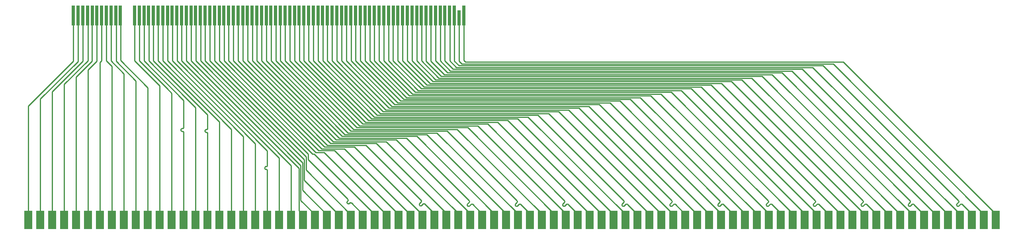
<source format=gbl>
%TF.GenerationSoftware,KiCad,Pcbnew,5.1.6*%
%TF.CreationDate,2020-09-02T12:15:33+02:00*%
%TF.ProjectId,host_adapter,686f7374-5f61-4646-9170-7465722e6b69,rev?*%
%TF.SameCoordinates,Original*%
%TF.FileFunction,Copper,L2,Bot*%
%TF.FilePolarity,Positive*%
%FSLAX46Y46*%
G04 Gerber Fmt 4.6, Leading zero omitted, Abs format (unit mm)*
G04 Created by KiCad (PCBNEW 5.1.6) date 2020-09-02 12:15:33*
%MOMM*%
%LPD*%
G01*
G04 APERTURE LIST*
%TA.AperFunction,ConnectorPad*%
%ADD10R,0.700000X4.300000*%
%TD*%
%TA.AperFunction,ConnectorPad*%
%ADD11R,0.700000X3.200000*%
%TD*%
%TA.AperFunction,SMDPad,CuDef*%
%ADD12R,1.700000X4.000000*%
%TD*%
%TA.AperFunction,Conductor*%
%ADD13C,0.250000*%
%TD*%
G04 APERTURE END LIST*
D10*
%TO.P,J4,B82*%
%TO.N,Net-(J4-PadB82)*%
X118790000Y-70050000D03*
D11*
%TO.P,J4,B81*%
%TO.N,Net-(J4-PadB81)*%
X117790000Y-70600000D03*
D10*
%TO.P,J4,B80*%
%TO.N,Net-(J4-PadB80)*%
X116790000Y-70050000D03*
%TO.P,J4,B79*%
%TO.N,Net-(J4-PadB79)*%
X115790000Y-70050000D03*
%TO.P,J4,B78*%
%TO.N,Net-(J4-PadB78)*%
X114790000Y-70050000D03*
%TO.P,J4,B77*%
%TO.N,Net-(J4-PadB77)*%
X113790000Y-70050000D03*
%TO.P,J4,B76*%
%TO.N,Net-(J4-PadB76)*%
X112790000Y-70050000D03*
%TO.P,J4,B75*%
%TO.N,Net-(J4-PadB75)*%
X111790000Y-70050000D03*
%TO.P,J4,B74*%
%TO.N,Net-(J4-PadB74)*%
X110790000Y-70050000D03*
%TO.P,J4,B73*%
%TO.N,Net-(J4-PadB73)*%
X109790000Y-70050000D03*
%TO.P,J4,B72*%
%TO.N,Net-(J4-PadB72)*%
X108790000Y-70050000D03*
%TO.P,J4,B71*%
%TO.N,Net-(J4-PadB71)*%
X107790000Y-70050000D03*
%TO.P,J4,B70*%
%TO.N,Net-(J4-PadB70)*%
X106790000Y-70050000D03*
%TO.P,J4,B69*%
%TO.N,Net-(J4-PadB69)*%
X105790000Y-70050000D03*
%TO.P,J4,B68*%
%TO.N,Net-(J4-PadB68)*%
X104790000Y-70050000D03*
%TO.P,J4,B67*%
%TO.N,Net-(J4-PadB67)*%
X103790000Y-70050000D03*
%TO.P,J4,B66*%
%TO.N,Net-(J4-PadB66)*%
X102790000Y-70050000D03*
%TO.P,J4,B65*%
%TO.N,Net-(J4-PadB65)*%
X101790000Y-70050000D03*
%TO.P,J4,B64*%
%TO.N,Net-(J4-PadB64)*%
X100790000Y-70050000D03*
%TO.P,J4,B63*%
%TO.N,Net-(J4-PadB63)*%
X99790000Y-70050000D03*
%TO.P,J4,B62*%
%TO.N,Net-(J4-PadB62)*%
X98790000Y-70050000D03*
%TO.P,J4,B61*%
%TO.N,Net-(J4-PadB61)*%
X97790000Y-70050000D03*
%TO.P,J4,B60*%
%TO.N,Net-(J4-PadB60)*%
X96790000Y-70050000D03*
%TO.P,J4,B59*%
%TO.N,Net-(J4-PadB59)*%
X95790000Y-70050000D03*
%TO.P,J4,B58*%
%TO.N,Net-(J4-PadB58)*%
X94790000Y-70050000D03*
%TO.P,J4,B57*%
%TO.N,Net-(J4-PadB57)*%
X93790000Y-70050000D03*
%TO.P,J4,B56*%
%TO.N,Net-(J4-PadB56)*%
X92790000Y-70050000D03*
%TO.P,J4,B55*%
%TO.N,Net-(J4-PadB55)*%
X91790000Y-70050000D03*
%TO.P,J4,B54*%
%TO.N,Net-(J4-PadB54)*%
X90790000Y-70050000D03*
%TO.P,J4,B53*%
%TO.N,Net-(J4-PadB53)*%
X89790000Y-70050000D03*
%TO.P,J4,B52*%
%TO.N,Net-(J4-PadB52)*%
X88790000Y-70050000D03*
%TO.P,J4,B51*%
%TO.N,Net-(J4-PadB51)*%
X87790000Y-70050000D03*
%TO.P,J4,B50*%
%TO.N,Net-(J4-PadB50)*%
X86790000Y-70050000D03*
%TO.P,J4,B13*%
%TO.N,Net-(J4-PadB13)*%
X49790000Y-70050000D03*
%TO.P,J4,B12*%
%TO.N,Net-(J4-PadB12)*%
X48790000Y-70050000D03*
%TO.P,J4,B18*%
%TO.N,Net-(J4-PadB18)*%
X54790000Y-70050000D03*
%TO.P,J4,B17*%
%TO.N,Net-(J4-PadB17)*%
X53790000Y-70050000D03*
%TO.P,J4,B16*%
%TO.N,Net-(J4-PadB16)*%
X52790000Y-70050000D03*
%TO.P,J4,B15*%
%TO.N,Net-(J4-PadB15)*%
X51790000Y-70050000D03*
%TO.P,J4,B14*%
%TO.N,Net-(J4-PadB14)*%
X50790000Y-70050000D03*
%TO.P,J4,B11*%
%TO.N,Net-(J4-PadB11)*%
X45790000Y-70050000D03*
%TO.P,J4,B10*%
%TO.N,Net-(J4-PadB10)*%
X44790000Y-70050000D03*
%TO.P,J4,B9*%
%TO.N,Net-(J4-PadB9)*%
X43790000Y-70050000D03*
%TO.P,J4,B8*%
%TO.N,Net-(J4-PadB8)*%
X42790000Y-70050000D03*
%TO.P,J4,B7*%
%TO.N,Net-(J4-PadB7)*%
X41790000Y-70050000D03*
%TO.P,J4,B6*%
%TO.N,Net-(J4-PadB6)*%
X40790000Y-70050000D03*
%TO.P,J4,B5*%
%TO.N,Net-(J4-PadB5)*%
X39790000Y-70050000D03*
%TO.P,J4,B4*%
%TO.N,Net-(J4-PadB4)*%
X38790000Y-70050000D03*
%TO.P,J4,B3*%
%TO.N,Net-(J4-PadB3)*%
X37790000Y-70050000D03*
%TO.P,J4,B2*%
%TO.N,Net-(J4-PadB2)*%
X36790000Y-70050000D03*
%TO.P,J4,B1*%
%TO.N,Net-(J4-PadB1)*%
X35790000Y-70050000D03*
%TO.P,J4,B19*%
%TO.N,Net-(J4-PadB19)*%
X55790000Y-70050000D03*
%TO.P,J4,B20*%
%TO.N,Net-(J4-PadB20)*%
X56790000Y-70050000D03*
%TO.P,J4,B21*%
%TO.N,Net-(J4-PadB21)*%
X57790000Y-70050000D03*
%TO.P,J4,B22*%
%TO.N,Net-(J4-PadB22)*%
X58790000Y-70050000D03*
%TO.P,J4,B23*%
%TO.N,Net-(J4-PadB23)*%
X59790000Y-70050000D03*
%TO.P,J4,B24*%
%TO.N,Net-(J4-PadB24)*%
X60790000Y-70050000D03*
%TO.P,J4,B25*%
%TO.N,Net-(J4-PadB25)*%
X61790000Y-70050000D03*
%TO.P,J4,B26*%
%TO.N,Net-(J4-PadB26)*%
X62790000Y-70050000D03*
%TO.P,J4,B27*%
%TO.N,Net-(J4-PadB27)*%
X63790000Y-70050000D03*
%TO.P,J4,B28*%
%TO.N,Net-(J4-PadB28)*%
X64790000Y-70050000D03*
%TO.P,J4,B29*%
%TO.N,Net-(J4-PadB29)*%
X65790000Y-70050000D03*
%TO.P,J4,B30*%
%TO.N,Net-(J4-PadB30)*%
X66790000Y-70050000D03*
%TO.P,J4,B31*%
%TO.N,Net-(J4-PadB31)*%
X67790000Y-70050000D03*
%TO.P,J4,B32*%
%TO.N,Net-(J4-PadB32)*%
X68790000Y-70050000D03*
%TO.P,J4,B33*%
%TO.N,Net-(J4-PadB33)*%
X69790000Y-70050000D03*
%TO.P,J4,B34*%
%TO.N,Net-(J4-PadB34)*%
X70790000Y-70050000D03*
%TO.P,J4,B35*%
%TO.N,Net-(J4-PadB35)*%
X71790000Y-70050000D03*
%TO.P,J4,B36*%
%TO.N,Net-(J4-PadB36)*%
X72790000Y-70050000D03*
%TO.P,J4,B37*%
%TO.N,Net-(J4-PadB37)*%
X73790000Y-70050000D03*
%TO.P,J4,B38*%
%TO.N,Net-(J4-PadB38)*%
X74790000Y-70050000D03*
%TO.P,J4,B39*%
%TO.N,Net-(J4-PadB39)*%
X75790000Y-70050000D03*
%TO.P,J4,B40*%
%TO.N,Net-(J4-PadB40)*%
X76790000Y-70050000D03*
%TO.P,J4,B41*%
%TO.N,Net-(J4-PadB41)*%
X77790000Y-70050000D03*
%TO.P,J4,B42*%
%TO.N,Net-(J4-PadB42)*%
X78790000Y-70050000D03*
%TO.P,J4,B43*%
%TO.N,Net-(J4-PadB43)*%
X79790000Y-70050000D03*
%TO.P,J4,B44*%
%TO.N,Net-(J4-PadB44)*%
X80790000Y-70050000D03*
%TO.P,J4,B45*%
%TO.N,Net-(J4-PadB45)*%
X81790000Y-70050000D03*
%TO.P,J4,B46*%
%TO.N,Net-(J4-PadB46)*%
X82790000Y-70050000D03*
%TO.P,J4,B47*%
%TO.N,Net-(J4-PadB47)*%
X83790000Y-70050000D03*
%TO.P,J4,B48*%
%TO.N,Net-(J4-PadB48)*%
X84790000Y-70050000D03*
%TO.P,J4,B49*%
%TO.N,Net-(J4-PadB49)*%
X85790000Y-70050000D03*
%TD*%
D12*
%TO.P,J6,1*%
%TO.N,Net-(J4-PadB41)*%
X127815000Y-113680000D03*
%TO.P,J6,2*%
%TO.N,Net-(J4-PadB42)*%
X130355000Y-113680000D03*
%TO.P,J6,3*%
%TO.N,Net-(J4-PadB43)*%
X132895000Y-113680000D03*
%TO.P,J6,4*%
%TO.N,Net-(J4-PadB44)*%
X135435000Y-113680000D03*
%TO.P,J6,5*%
%TO.N,Net-(J4-PadB45)*%
X137975000Y-113680000D03*
%TO.P,J6,6*%
%TO.N,Net-(J4-PadB46)*%
X140515000Y-113680000D03*
%TO.P,J6,7*%
%TO.N,Net-(J4-PadB47)*%
X143055000Y-113680000D03*
%TO.P,J6,8*%
%TO.N,Net-(J4-PadB48)*%
X145595000Y-113680000D03*
%TO.P,J6,9*%
%TO.N,Net-(J4-PadB49)*%
X148135000Y-113680000D03*
%TO.P,J6,10*%
%TO.N,Net-(J4-PadB50)*%
X150675000Y-113680000D03*
%TO.P,J6,11*%
%TO.N,Net-(J4-PadB51)*%
X153215000Y-113680000D03*
%TO.P,J6,12*%
%TO.N,Net-(J4-PadB52)*%
X155755000Y-113680000D03*
%TO.P,J6,13*%
%TO.N,Net-(J4-PadB53)*%
X158295000Y-113680000D03*
%TO.P,J6,14*%
%TO.N,Net-(J4-PadB54)*%
X160835000Y-113680000D03*
%TO.P,J6,15*%
%TO.N,Net-(J4-PadB55)*%
X163375000Y-113680000D03*
%TO.P,J6,16*%
%TO.N,Net-(J4-PadB56)*%
X165915000Y-113680000D03*
%TO.P,J6,17*%
%TO.N,Net-(J4-PadB57)*%
X168455000Y-113680000D03*
%TO.P,J6,18*%
%TO.N,Net-(J4-PadB58)*%
X170995000Y-113680000D03*
%TO.P,J6,19*%
%TO.N,Net-(J4-PadB59)*%
X173535000Y-113680000D03*
%TO.P,J6,20*%
%TO.N,Net-(J4-PadB60)*%
X176075000Y-113680000D03*
%TO.P,J6,21*%
%TO.N,Net-(J4-PadB61)*%
X178615000Y-113680000D03*
%TO.P,J6,22*%
%TO.N,Net-(J4-PadB62)*%
X181155000Y-113680000D03*
%TO.P,J6,23*%
%TO.N,Net-(J4-PadB63)*%
X183695000Y-113680000D03*
%TO.P,J6,24*%
%TO.N,Net-(J4-PadB64)*%
X186235000Y-113680000D03*
%TO.P,J6,25*%
%TO.N,Net-(J4-PadB65)*%
X188775000Y-113680000D03*
%TO.P,J6,26*%
%TO.N,Net-(J4-PadB66)*%
X191315000Y-113680000D03*
%TO.P,J6,27*%
%TO.N,Net-(J4-PadB67)*%
X193855000Y-113680000D03*
%TO.P,J6,28*%
%TO.N,Net-(J4-PadB68)*%
X196395000Y-113680000D03*
%TO.P,J6,29*%
%TO.N,Net-(J4-PadB69)*%
X198935000Y-113680000D03*
%TO.P,J6,30*%
%TO.N,Net-(J4-PadB70)*%
X201475000Y-113680000D03*
%TO.P,J6,31*%
%TO.N,Net-(J4-PadB71)*%
X204015000Y-113680000D03*
%TO.P,J6,32*%
%TO.N,Net-(J4-PadB72)*%
X206555000Y-113680000D03*
%TO.P,J6,33*%
%TO.N,Net-(J4-PadB73)*%
X209095000Y-113680000D03*
%TO.P,J6,34*%
%TO.N,Net-(J4-PadB74)*%
X211635000Y-113680000D03*
%TO.P,J6,35*%
%TO.N,Net-(J4-PadB75)*%
X214175000Y-113680000D03*
%TO.P,J6,36*%
%TO.N,Net-(J4-PadB76)*%
X216715000Y-113680000D03*
%TO.P,J6,37*%
%TO.N,Net-(J4-PadB77)*%
X219255000Y-113680000D03*
%TO.P,J6,38*%
%TO.N,Net-(J4-PadB78)*%
X221795000Y-113680000D03*
%TO.P,J6,39*%
%TO.N,Net-(J4-PadB79)*%
X224335000Y-113680000D03*
%TO.P,J6,40*%
%TO.N,Net-(J4-PadB80)*%
X226875000Y-113680000D03*
%TD*%
%TO.P,J5,1*%
%TO.N,Net-(J4-PadB1)*%
X26215000Y-113680000D03*
%TO.P,J5,2*%
%TO.N,Net-(J4-PadB2)*%
X28755000Y-113680000D03*
%TO.P,J5,3*%
%TO.N,Net-(J4-PadB3)*%
X31295000Y-113680000D03*
%TO.P,J5,4*%
%TO.N,Net-(J4-PadB4)*%
X33835000Y-113680000D03*
%TO.P,J5,5*%
%TO.N,Net-(J4-PadB5)*%
X36375000Y-113680000D03*
%TO.P,J5,6*%
%TO.N,Net-(J4-PadB6)*%
X38915000Y-113680000D03*
%TO.P,J5,7*%
%TO.N,Net-(J4-PadB7)*%
X41455000Y-113680000D03*
%TO.P,J5,8*%
%TO.N,Net-(J4-PadB8)*%
X43995000Y-113680000D03*
%TO.P,J5,9*%
%TO.N,Net-(J4-PadB9)*%
X46535000Y-113680000D03*
%TO.P,J5,10*%
%TO.N,Net-(J4-PadB10)*%
X49075000Y-113680000D03*
%TO.P,J5,11*%
%TO.N,Net-(J4-PadB11)*%
X51615000Y-113680000D03*
%TO.P,J5,12*%
%TO.N,Net-(J4-PadB12)*%
X54155000Y-113680000D03*
%TO.P,J5,13*%
%TO.N,Net-(J4-PadB13)*%
X56695000Y-113680000D03*
%TO.P,J5,14*%
%TO.N,Net-(J4-PadB14)*%
X59235000Y-113680000D03*
%TO.P,J5,15*%
%TO.N,Net-(J4-PadB15)*%
X61775000Y-113680000D03*
%TO.P,J5,16*%
%TO.N,Net-(J4-PadB16)*%
X64315000Y-113680000D03*
%TO.P,J5,17*%
%TO.N,Net-(J4-PadB17)*%
X66855000Y-113680000D03*
%TO.P,J5,18*%
%TO.N,Net-(J4-PadB18)*%
X69395000Y-113680000D03*
%TO.P,J5,19*%
%TO.N,Net-(J4-PadB19)*%
X71935000Y-113680000D03*
%TO.P,J5,20*%
%TO.N,Net-(J4-PadB20)*%
X74475000Y-113680000D03*
%TO.P,J5,21*%
%TO.N,Net-(J4-PadB21)*%
X77015000Y-113680000D03*
%TO.P,J5,22*%
%TO.N,Net-(J4-PadB22)*%
X79555000Y-113680000D03*
%TO.P,J5,23*%
%TO.N,Net-(J4-PadB23)*%
X82095000Y-113680000D03*
%TO.P,J5,24*%
%TO.N,Net-(J4-PadB24)*%
X84635000Y-113680000D03*
%TO.P,J5,25*%
%TO.N,Net-(J4-PadB25)*%
X87175000Y-113680000D03*
%TO.P,J5,26*%
%TO.N,Net-(J4-PadB26)*%
X89715000Y-113680000D03*
%TO.P,J5,27*%
%TO.N,Net-(J4-PadB27)*%
X92255000Y-113680000D03*
%TO.P,J5,28*%
%TO.N,Net-(J4-PadB28)*%
X94795000Y-113680000D03*
%TO.P,J5,29*%
%TO.N,Net-(J4-PadB29)*%
X97335000Y-113680000D03*
%TO.P,J5,30*%
%TO.N,Net-(J4-PadB30)*%
X99875000Y-113680000D03*
%TO.P,J5,31*%
%TO.N,Net-(J4-PadB31)*%
X102415000Y-113680000D03*
%TO.P,J5,32*%
%TO.N,Net-(J4-PadB32)*%
X104955000Y-113680000D03*
%TO.P,J5,33*%
%TO.N,Net-(J4-PadB33)*%
X107495000Y-113680000D03*
%TO.P,J5,34*%
%TO.N,Net-(J4-PadB34)*%
X110035000Y-113680000D03*
%TO.P,J5,35*%
%TO.N,Net-(J4-PadB35)*%
X112575000Y-113680000D03*
%TO.P,J5,36*%
%TO.N,Net-(J4-PadB36)*%
X115115000Y-113680000D03*
%TO.P,J5,37*%
%TO.N,Net-(J4-PadB37)*%
X117655000Y-113680000D03*
%TO.P,J5,38*%
%TO.N,Net-(J4-PadB38)*%
X120195000Y-113680000D03*
%TO.P,J5,39*%
%TO.N,Net-(J4-PadB39)*%
X122735000Y-113680000D03*
%TO.P,J5,40*%
%TO.N,Net-(J4-PadB40)*%
X125275000Y-113680000D03*
%TD*%
%TO.P,J7,1*%
%TO.N,Net-(J4-PadB81)*%
X229415000Y-113680000D03*
%TO.P,J7,2*%
%TO.N,Net-(J4-PadB82)*%
X231955000Y-113680000D03*
%TD*%
D13*
%TO.N,Net-(J4-PadB82)*%
X118815000Y-78200000D02*
X118815000Y-69800000D01*
X199525000Y-80000000D02*
X119175000Y-80000000D01*
X232255000Y-112730000D02*
X199525000Y-80000000D01*
X119175000Y-80000000D02*
X118815000Y-79640000D01*
X118815000Y-79640000D02*
X118815000Y-78200000D01*
%TO.N,Net-(J4-PadB81)*%
X117815000Y-78200000D02*
X117815000Y-69800000D01*
X197352010Y-80377010D02*
X229675000Y-112700000D01*
X117815000Y-78200000D02*
X117815000Y-79803602D01*
X117815000Y-79803602D02*
X118388408Y-80377010D01*
X118388408Y-80377010D02*
X197352010Y-80377010D01*
%TO.N,Net-(J4-PadB80)*%
X116775000Y-78300000D02*
X116775000Y-69925000D01*
X195199020Y-80754020D02*
X117765418Y-80754020D01*
X117765418Y-80754020D02*
X116775000Y-79763602D01*
X223840699Y-110717351D02*
X223907878Y-110717351D01*
X116775000Y-79763602D02*
X116775000Y-78300000D01*
X224421786Y-110306642D02*
X224482312Y-110277494D01*
X223973372Y-110702402D02*
X224033898Y-110673255D01*
X223591124Y-110518322D02*
X223620272Y-110578848D01*
X223620272Y-110578848D02*
X223662157Y-110631370D01*
X223907878Y-110717351D02*
X223973372Y-110702402D01*
X223576175Y-110452828D02*
X223591124Y-110518322D01*
X223714679Y-110673255D02*
X223775205Y-110702402D01*
X224086421Y-110631370D02*
X224369263Y-110348527D01*
X223620272Y-110259629D02*
X223591124Y-110320155D01*
X223591124Y-110320155D02*
X223576175Y-110385649D01*
X224741005Y-110306642D02*
X224793528Y-110348528D01*
X223662157Y-110631370D02*
X223714679Y-110673255D01*
X224030981Y-109745721D02*
X224016032Y-109811215D01*
X224369263Y-110348527D02*
X224421786Y-110306642D01*
X223945000Y-109924264D02*
X223662157Y-110207106D01*
X224482312Y-110277494D02*
X224547806Y-110262545D01*
X223986885Y-109871741D02*
X223945000Y-109924264D01*
X224016032Y-109613048D02*
X224030981Y-109678542D01*
X224033898Y-110673255D02*
X224086421Y-110631370D01*
X223576175Y-110385649D02*
X223576175Y-110452828D01*
X223986885Y-109552522D02*
X224016032Y-109613048D01*
X223662157Y-110207106D02*
X223620272Y-110259629D01*
X223945000Y-109500000D02*
X223986885Y-109552522D01*
X223775205Y-110702402D02*
X223840699Y-110717351D01*
X224547806Y-110262545D02*
X224614985Y-110262545D01*
X226875000Y-113680000D02*
X226875000Y-112430000D01*
X226875000Y-112430000D02*
X224793528Y-110348528D01*
X224614985Y-110262545D02*
X224680479Y-110277494D01*
X224030981Y-109678542D02*
X224030981Y-109745721D01*
X224016032Y-109811215D02*
X223986885Y-109871741D01*
X195199020Y-80754020D02*
X223945000Y-109500000D01*
X224680479Y-110277494D02*
X224741005Y-110306642D01*
%TO.N,Net-(J4-PadB79)*%
X115815000Y-78200000D02*
X115815000Y-69800000D01*
X115815000Y-78200000D02*
X115815000Y-79740000D01*
X224635000Y-112760000D02*
X193006030Y-81131030D01*
X115815000Y-79740000D02*
X117206030Y-81131030D01*
X117206030Y-81131030D02*
X117343970Y-81131030D01*
X117343970Y-81131030D02*
X189743970Y-81131030D01*
X193006030Y-81131030D02*
X189743970Y-81131030D01*
%TO.N,Net-(J4-PadB78)*%
X114775000Y-78300000D02*
X114775000Y-69825000D01*
X190783040Y-81508040D02*
X189900132Y-81508040D01*
X189900132Y-81508040D02*
X116539867Y-81508039D01*
X114775000Y-79743172D02*
X114775000Y-78300000D01*
X222095000Y-112820000D02*
X190783040Y-81508040D01*
X116539867Y-81508039D02*
X114775000Y-79743172D01*
%TO.N,Net-(J4-PadB77)*%
X113815000Y-78200000D02*
X113815000Y-69800000D01*
X219555000Y-112880000D02*
X188560049Y-81885049D01*
X188560049Y-81885049D02*
X116189951Y-81885049D01*
X115960049Y-81885049D02*
X116189951Y-81885049D01*
X113815000Y-78200000D02*
X113815000Y-79740000D01*
X113815000Y-79740000D02*
X115960049Y-81885049D01*
%TO.N,Net-(J4-PadB76)*%
X112815000Y-78200000D02*
X112815000Y-69800000D01*
X213505205Y-110702402D02*
X213570699Y-110717351D01*
X213675000Y-109500000D02*
X213716885Y-109552522D01*
X115337059Y-82262059D02*
X186437059Y-82262059D01*
X213746032Y-109811215D02*
X213716885Y-109871741D01*
X213321124Y-110320155D02*
X213306175Y-110385649D01*
X213350272Y-110578848D02*
X213392157Y-110631370D01*
X186437059Y-82262059D02*
X213675000Y-109500000D01*
X213703372Y-110702402D02*
X213763898Y-110673255D01*
X213716885Y-109871741D02*
X213675000Y-109924264D01*
X112815000Y-78200000D02*
X112815000Y-79740000D01*
X213306175Y-110452828D02*
X213321124Y-110518322D01*
X213321124Y-110518322D02*
X213350272Y-110578848D01*
X213760981Y-109678542D02*
X213760981Y-109745721D01*
X213392157Y-110631370D02*
X213444679Y-110673255D01*
X213637878Y-110717351D02*
X213703372Y-110702402D01*
X214151786Y-110306642D02*
X214212312Y-110277494D01*
X213816421Y-110631370D02*
X214099263Y-110348527D01*
X214099263Y-110348527D02*
X214151786Y-110306642D01*
X213763898Y-110673255D02*
X213816421Y-110631370D01*
X213306175Y-110385649D02*
X213306175Y-110452828D01*
X213675000Y-109924264D02*
X213392157Y-110207106D01*
X112815000Y-79740000D02*
X115337059Y-82262059D01*
X213444679Y-110673255D02*
X213505205Y-110702402D01*
X214410479Y-110277494D02*
X214471005Y-110306642D01*
X213746032Y-109613048D02*
X213760981Y-109678542D01*
X213350272Y-110259629D02*
X213321124Y-110320155D01*
X213570699Y-110717351D02*
X213637878Y-110717351D01*
X213760981Y-109745721D02*
X213746032Y-109811215D01*
X214523528Y-110348528D02*
X216715000Y-112540000D01*
X213716885Y-109552522D02*
X213746032Y-109613048D01*
X216715000Y-112540000D02*
X216715000Y-113680000D01*
X214277806Y-110262545D02*
X214344985Y-110262545D01*
X214212312Y-110277494D02*
X214277806Y-110262545D01*
X213392157Y-110207106D02*
X213350272Y-110259629D01*
X214471005Y-110306642D02*
X214523528Y-110348528D01*
X214344985Y-110262545D02*
X214410479Y-110277494D01*
%TO.N,Net-(J4-PadB75)*%
X111815000Y-78200000D02*
X111815000Y-69800000D01*
X214475000Y-112730000D02*
X184384069Y-82639069D01*
X114680897Y-82639069D02*
X114735931Y-82639069D01*
X184384069Y-82639069D02*
X114735931Y-82639069D01*
X111815000Y-78200000D02*
X111815000Y-79773172D01*
X111815000Y-79773172D02*
X114680897Y-82639069D01*
%TO.N,Net-(J4-PadB74)*%
X110775000Y-78200000D02*
X110775000Y-70025000D01*
X182191079Y-83016079D02*
X114027477Y-83016079D01*
X211275000Y-112100000D02*
X182191079Y-83016079D01*
X114027477Y-83016079D02*
X110775000Y-79763602D01*
X110775000Y-79763602D02*
X110775000Y-78200000D01*
%TO.N,Net-(J4-PadB73)*%
X109815000Y-78200000D02*
X109815000Y-69800000D01*
X109815000Y-79740000D02*
X113468089Y-83393089D01*
X109815000Y-78200000D02*
X109815000Y-79740000D01*
X209395000Y-112720000D02*
X180068089Y-83393089D01*
X180068089Y-83393089D02*
X113668089Y-83393089D01*
X113468089Y-83393089D02*
X113668089Y-83393089D01*
%TO.N,Net-(J4-PadB72)*%
X108815000Y-78200000D02*
X108815000Y-69800000D01*
X203352157Y-110631370D02*
X203404679Y-110673255D01*
X203676885Y-109552522D02*
X203706032Y-109613048D01*
X203266175Y-110385649D02*
X203266175Y-110452828D01*
X203266175Y-110452828D02*
X203281124Y-110518322D01*
X203281124Y-110518322D02*
X203310272Y-110578848D01*
X203310272Y-110578848D02*
X203352157Y-110631370D01*
X177905099Y-83770099D02*
X203635000Y-109500000D01*
X203720981Y-109678542D02*
X203720981Y-109745721D01*
X204431005Y-110306642D02*
X204483528Y-110348528D01*
X203706032Y-109613048D02*
X203720981Y-109678542D01*
X203310272Y-110259629D02*
X203281124Y-110320155D01*
X203635000Y-109500000D02*
X203676885Y-109552522D01*
X204172312Y-110277494D02*
X204237806Y-110262545D01*
X203465205Y-110702402D02*
X203530699Y-110717351D01*
X203776421Y-110631370D02*
X204059263Y-110348527D01*
X204059263Y-110348527D02*
X204111786Y-110306642D01*
X203723898Y-110673255D02*
X203776421Y-110631370D01*
X203720981Y-109745721D02*
X203706032Y-109811215D01*
X203352157Y-110207106D02*
X203310272Y-110259629D01*
X203530699Y-110717351D02*
X203597878Y-110717351D01*
X203597878Y-110717351D02*
X203663372Y-110702402D01*
X203281124Y-110320155D02*
X203266175Y-110385649D01*
X203404679Y-110673255D02*
X203465205Y-110702402D01*
X204111786Y-110306642D02*
X204172312Y-110277494D01*
X203676885Y-109871741D02*
X203635000Y-109924264D01*
X112845099Y-83770099D02*
X177905099Y-83770099D01*
X203706032Y-109811215D02*
X203676885Y-109871741D01*
X204370479Y-110277494D02*
X204431005Y-110306642D01*
X204237806Y-110262545D02*
X204304985Y-110262545D01*
X203635000Y-109924264D02*
X203352157Y-110207106D01*
X206555000Y-112420000D02*
X206555000Y-113680000D01*
X203663372Y-110702402D02*
X203723898Y-110673255D01*
X108815000Y-79740000D02*
X112845099Y-83770099D01*
X108815000Y-78200000D02*
X108815000Y-79740000D01*
X204304985Y-110262545D02*
X204370479Y-110277494D01*
X204483528Y-110348528D02*
X206555000Y-112420000D01*
%TO.N,Net-(J4-PadB71)*%
X107815000Y-78200000D02*
X107815000Y-69800000D01*
X109575000Y-81500000D02*
X109580782Y-81500000D01*
X107815000Y-79740000D02*
X109575000Y-81500000D01*
X175722109Y-84147109D02*
X112227891Y-84147109D01*
X107815000Y-78200000D02*
X107815000Y-79740000D01*
X204315000Y-112740000D02*
X175722109Y-84147109D01*
X109580782Y-81500000D02*
X112227891Y-84147109D01*
%TO.N,Net-(J4-PadB70)*%
X106775000Y-78200000D02*
X106775000Y-69800000D01*
X111599119Y-84524119D02*
X106775000Y-79700000D01*
X201775000Y-112700000D02*
X173599119Y-84524119D01*
X106775000Y-79700000D02*
X106775000Y-78200000D01*
X173599119Y-84524119D02*
X111599119Y-84524119D01*
%TO.N,Net-(J4-PadB69)*%
X105775000Y-78200000D02*
X105775000Y-69800000D01*
X199235000Y-112760000D02*
X171376129Y-84901129D01*
X171376129Y-84901129D02*
X110976129Y-84901129D01*
X105775000Y-79700000D02*
X105775000Y-78200000D01*
X110976129Y-84901129D02*
X105775000Y-79700000D01*
%TO.N,Net-(J4-PadB68)*%
X104775000Y-78200000D02*
X104775000Y-69800000D01*
X169253139Y-85278139D02*
X110353139Y-85278139D01*
X110353139Y-85278139D02*
X104775000Y-79700000D01*
X169253139Y-85278139D02*
X193475000Y-109500000D01*
X194210479Y-110277494D02*
X194271005Y-110306642D01*
X194144985Y-110262545D02*
X194210479Y-110277494D01*
X193546032Y-109811215D02*
X193516885Y-109871741D01*
X193560981Y-109678542D02*
X193560981Y-109745721D01*
X104775000Y-79700000D02*
X104775000Y-78200000D01*
X196395000Y-112420000D02*
X194323528Y-110348528D01*
X196395000Y-113680000D02*
X196395000Y-112420000D01*
X193370699Y-110717351D02*
X193437878Y-110717351D01*
X193951786Y-110306642D02*
X194012312Y-110277494D01*
X193503372Y-110702402D02*
X193563898Y-110673255D01*
X193121124Y-110518322D02*
X193150272Y-110578848D01*
X193150272Y-110578848D02*
X193192157Y-110631370D01*
X193437878Y-110717351D02*
X193503372Y-110702402D01*
X193106175Y-110452828D02*
X193121124Y-110518322D01*
X193244679Y-110673255D02*
X193305205Y-110702402D01*
X193616421Y-110631370D02*
X193899263Y-110348527D01*
X193150272Y-110259629D02*
X193121124Y-110320155D01*
X193121124Y-110320155D02*
X193106175Y-110385649D01*
X194271005Y-110306642D02*
X194323528Y-110348528D01*
X193192157Y-110631370D02*
X193244679Y-110673255D01*
X193560981Y-109745721D02*
X193546032Y-109811215D01*
X193899263Y-110348527D02*
X193951786Y-110306642D01*
X193475000Y-109924264D02*
X193192157Y-110207106D01*
X194012312Y-110277494D02*
X194077806Y-110262545D01*
X193516885Y-109871741D02*
X193475000Y-109924264D01*
X193546032Y-109613048D02*
X193560981Y-109678542D01*
X193563898Y-110673255D02*
X193616421Y-110631370D01*
X193106175Y-110385649D02*
X193106175Y-110452828D01*
X193516885Y-109552522D02*
X193546032Y-109613048D01*
X193192157Y-110207106D02*
X193150272Y-110259629D01*
X193475000Y-109500000D02*
X193516885Y-109552522D01*
X193305205Y-110702402D02*
X193370699Y-110717351D01*
X194077806Y-110262545D02*
X194144985Y-110262545D01*
%TO.N,Net-(J4-PadB67)*%
X103775000Y-78200000D02*
X103775000Y-69800000D01*
X194155000Y-112680000D02*
X167130149Y-85655149D01*
X167130149Y-85655149D02*
X109730149Y-85655149D01*
X103775000Y-79700000D02*
X103775000Y-78200000D01*
X109730149Y-85655149D02*
X103775000Y-79700000D01*
%TO.N,Net-(J4-PadB66)*%
X102775000Y-78200000D02*
X102775000Y-69800000D01*
X191615000Y-112640000D02*
X165007159Y-86032159D01*
X109107159Y-86032159D02*
X102775000Y-79700000D01*
X102775000Y-79700000D02*
X102775000Y-78200000D01*
X165007159Y-86032159D02*
X109107159Y-86032159D01*
%TO.N,Net-(J4-PadB65)*%
X101775000Y-78200000D02*
X101775000Y-69800000D01*
X101775000Y-79700000D02*
X101775000Y-78200000D01*
X108665831Y-86409169D02*
X108484169Y-86409169D01*
X162884169Y-86409169D02*
X109365831Y-86409169D01*
X108484169Y-86409169D02*
X101775000Y-79700000D01*
X189075000Y-112600000D02*
X162884169Y-86409169D01*
X109365831Y-86409169D02*
X108665831Y-86409169D01*
%TO.N,Net-(J4-PadB64)*%
X100815000Y-78200000D02*
X100815000Y-69800000D01*
X100815000Y-78200000D02*
X100815000Y-79740000D01*
X100815000Y-79740000D02*
X107861179Y-86786179D01*
X183370699Y-110717351D02*
X183437878Y-110717351D01*
X183560981Y-109678542D02*
X183560981Y-109745721D01*
X186235000Y-113680000D02*
X186235000Y-112260000D01*
X160761179Y-86786179D02*
X183475000Y-109500000D01*
X160761179Y-86786179D02*
X107861179Y-86786179D01*
X183546032Y-109811215D02*
X183516885Y-109871741D01*
X186235000Y-112260000D02*
X184323528Y-110348528D01*
X184210479Y-110277494D02*
X184271005Y-110306642D01*
X184144985Y-110262545D02*
X184210479Y-110277494D01*
X183951786Y-110306642D02*
X184012312Y-110277494D01*
X183503372Y-110702402D02*
X183563898Y-110673255D01*
X183121124Y-110518322D02*
X183150272Y-110578848D01*
X183150272Y-110578848D02*
X183192157Y-110631370D01*
X183437878Y-110717351D02*
X183503372Y-110702402D01*
X183106175Y-110452828D02*
X183121124Y-110518322D01*
X183244679Y-110673255D02*
X183305205Y-110702402D01*
X183616421Y-110631370D02*
X183899263Y-110348527D01*
X183150272Y-110259629D02*
X183121124Y-110320155D01*
X183121124Y-110320155D02*
X183106175Y-110385649D01*
X184271005Y-110306642D02*
X184323528Y-110348528D01*
X183192157Y-110631370D02*
X183244679Y-110673255D01*
X183560981Y-109745721D02*
X183546032Y-109811215D01*
X183899263Y-110348527D02*
X183951786Y-110306642D01*
X183475000Y-109924264D02*
X183192157Y-110207106D01*
X184012312Y-110277494D02*
X184077806Y-110262545D01*
X183516885Y-109871741D02*
X183475000Y-109924264D01*
X183546032Y-109613048D02*
X183560981Y-109678542D01*
X183563898Y-110673255D02*
X183616421Y-110631370D01*
X183106175Y-110385649D02*
X183106175Y-110452828D01*
X183516885Y-109552522D02*
X183546032Y-109613048D01*
X183192157Y-110207106D02*
X183150272Y-110259629D01*
X183475000Y-109500000D02*
X183516885Y-109552522D01*
X183305205Y-110702402D02*
X183370699Y-110717351D01*
X184077806Y-110262545D02*
X184144985Y-110262545D01*
%TO.N,Net-(J4-PadB63)*%
X99775000Y-78200000D02*
X99775000Y-69800000D01*
X183995000Y-112620000D02*
X158538189Y-87163189D01*
X107238189Y-87163189D02*
X99775000Y-79700000D01*
X158538189Y-87163189D02*
X107238189Y-87163189D01*
X99775000Y-79700000D02*
X99775000Y-78300000D01*
%TO.N,Net-(J4-PadB62)*%
X98815000Y-78200000D02*
X98815000Y-69800000D01*
X98815000Y-78200000D02*
X98815000Y-79740000D01*
X107234801Y-87540199D02*
X106934801Y-87540199D01*
X106934801Y-87540199D02*
X106615199Y-87540199D01*
X156315199Y-87540199D02*
X107234801Y-87540199D01*
X181455000Y-112680000D02*
X156315199Y-87540199D01*
X98815000Y-79740000D02*
X106615199Y-87540199D01*
%TO.N,Net-(J4-PadB61)*%
X97815000Y-78200000D02*
X97815000Y-69800000D01*
X97815000Y-79740000D02*
X105992209Y-87917209D01*
X154192209Y-87917209D02*
X178915000Y-112640000D01*
X97815000Y-78200000D02*
X97815000Y-79740000D01*
X105992209Y-87917209D02*
X154192209Y-87917209D01*
%TO.N,Net-(J4-PadB60)*%
X96815000Y-78200000D02*
X96815000Y-69800000D01*
X173246032Y-109811215D02*
X173216885Y-109871741D01*
X151969219Y-88294219D02*
X105369219Y-88294219D01*
X151969219Y-88294219D02*
X173175000Y-109500000D01*
X96815000Y-79740000D02*
X96815000Y-78200000D01*
X105369219Y-88294219D02*
X96815000Y-79740000D01*
X176075000Y-112400000D02*
X174023528Y-110348528D01*
X176075000Y-113680000D02*
X176075000Y-112400000D01*
X173070699Y-110717351D02*
X173137878Y-110717351D01*
X173910479Y-110277494D02*
X173971005Y-110306642D01*
X173844985Y-110262545D02*
X173910479Y-110277494D01*
X173260981Y-109678542D02*
X173260981Y-109745721D01*
X173651786Y-110306642D02*
X173712312Y-110277494D01*
X173203372Y-110702402D02*
X173263898Y-110673255D01*
X172821124Y-110518322D02*
X172850272Y-110578848D01*
X172850272Y-110578848D02*
X172892157Y-110631370D01*
X173137878Y-110717351D02*
X173203372Y-110702402D01*
X172806175Y-110452828D02*
X172821124Y-110518322D01*
X172944679Y-110673255D02*
X173005205Y-110702402D01*
X173316421Y-110631370D02*
X173599263Y-110348527D01*
X172850272Y-110259629D02*
X172821124Y-110320155D01*
X172821124Y-110320155D02*
X172806175Y-110385649D01*
X173971005Y-110306642D02*
X174023528Y-110348528D01*
X172892157Y-110631370D02*
X172944679Y-110673255D01*
X173260981Y-109745721D02*
X173246032Y-109811215D01*
X173599263Y-110348527D02*
X173651786Y-110306642D01*
X173175000Y-109924264D02*
X172892157Y-110207106D01*
X173712312Y-110277494D02*
X173777806Y-110262545D01*
X173216885Y-109871741D02*
X173175000Y-109924264D01*
X173246032Y-109613048D02*
X173260981Y-109678542D01*
X173263898Y-110673255D02*
X173316421Y-110631370D01*
X172806175Y-110385649D02*
X172806175Y-110452828D01*
X173216885Y-109552522D02*
X173246032Y-109613048D01*
X172892157Y-110207106D02*
X172850272Y-110259629D01*
X173175000Y-109500000D02*
X173216885Y-109552522D01*
X173005205Y-110702402D02*
X173070699Y-110717351D01*
X173777806Y-110262545D02*
X173844985Y-110262545D01*
%TO.N,Net-(J4-PadB59)*%
X95815000Y-78200000D02*
X95815000Y-69800000D01*
X95815000Y-79740000D02*
X95815000Y-78200000D01*
X104746229Y-88671229D02*
X95815000Y-79740000D01*
X149846229Y-88671229D02*
X104746229Y-88671229D01*
X173835000Y-112660000D02*
X149846229Y-88671229D01*
%TO.N,Net-(J4-PadB58)*%
X94815000Y-78200000D02*
X94815000Y-69800000D01*
X171295000Y-112720000D02*
X147623239Y-89048239D01*
X104123239Y-89048239D02*
X94815000Y-79740000D01*
X94815000Y-79740000D02*
X94815000Y-78200000D01*
X147623239Y-89048239D02*
X104123239Y-89048239D01*
%TO.N,Net-(J4-PadB57)*%
X93815000Y-78200000D02*
X93815000Y-69800000D01*
X145400249Y-89425249D02*
X103500249Y-89425249D01*
X103500249Y-89425249D02*
X93815000Y-79740000D01*
X168755000Y-112780000D02*
X145400249Y-89425249D01*
X93815000Y-79740000D02*
X93815000Y-78200000D01*
%TO.N,Net-(J4-PadB56)*%
X92815000Y-78200000D02*
X92815000Y-69800000D01*
X92815000Y-79740000D02*
X92815000Y-78200000D01*
X143277259Y-89802259D02*
X162975000Y-109500000D01*
X143277259Y-89802259D02*
X102877259Y-89802259D01*
X163060981Y-109678542D02*
X163060981Y-109745721D01*
X163046032Y-109811215D02*
X163016885Y-109871741D01*
X165915000Y-112440000D02*
X163823528Y-110348528D01*
X165915000Y-113680000D02*
X165915000Y-112440000D01*
X102877259Y-89802259D02*
X92815000Y-79740000D01*
X163710479Y-110277494D02*
X163771005Y-110306642D01*
X162870699Y-110717351D02*
X162937878Y-110717351D01*
X163451786Y-110306642D02*
X163512312Y-110277494D01*
X163003372Y-110702402D02*
X163063898Y-110673255D01*
X162621124Y-110518322D02*
X162650272Y-110578848D01*
X162650272Y-110578848D02*
X162692157Y-110631370D01*
X162937878Y-110717351D02*
X163003372Y-110702402D01*
X162606175Y-110452828D02*
X162621124Y-110518322D01*
X162744679Y-110673255D02*
X162805205Y-110702402D01*
X163116421Y-110631370D02*
X163399263Y-110348527D01*
X162650272Y-110259629D02*
X162621124Y-110320155D01*
X162621124Y-110320155D02*
X162606175Y-110385649D01*
X163771005Y-110306642D02*
X163823528Y-110348528D01*
X162692157Y-110631370D02*
X162744679Y-110673255D01*
X163060981Y-109745721D02*
X163046032Y-109811215D01*
X163399263Y-110348527D02*
X163451786Y-110306642D01*
X162975000Y-109924264D02*
X162692157Y-110207106D01*
X163512312Y-110277494D02*
X163577806Y-110262545D01*
X163016885Y-109871741D02*
X162975000Y-109924264D01*
X163046032Y-109613048D02*
X163060981Y-109678542D01*
X163063898Y-110673255D02*
X163116421Y-110631370D01*
X162606175Y-110385649D02*
X162606175Y-110452828D01*
X163016885Y-109552522D02*
X163046032Y-109613048D01*
X162692157Y-110207106D02*
X162650272Y-110259629D01*
X162975000Y-109500000D02*
X163016885Y-109552522D01*
X162805205Y-110702402D02*
X162870699Y-110717351D01*
X163577806Y-110262545D02*
X163644985Y-110262545D01*
X163644985Y-110262545D02*
X163710479Y-110277494D01*
%TO.N,Net-(J4-PadB55)*%
X91815000Y-78200000D02*
X91815000Y-69800000D01*
X102254269Y-90179269D02*
X91815000Y-79740000D01*
X163675000Y-112800000D02*
X141054269Y-90179269D01*
X141054269Y-90179269D02*
X102254269Y-90179269D01*
X91815000Y-79740000D02*
X91815000Y-78200000D01*
%TO.N,Net-(J4-PadB54)*%
X90815000Y-78200000D02*
X90815000Y-69800000D01*
X161135000Y-112760000D02*
X138931279Y-90556279D01*
X138931279Y-90556279D02*
X101631279Y-90556279D01*
X101631279Y-90556279D02*
X90815000Y-79740000D01*
X90815000Y-79740000D02*
X90815000Y-78200000D01*
%TO.N,Net-(J4-PadB53)*%
X89815000Y-78200000D02*
X89815000Y-69800000D01*
X101008289Y-90933289D02*
X89815000Y-79740000D01*
X158595000Y-112720000D02*
X136808289Y-90933289D01*
X136808289Y-90933289D02*
X101008289Y-90933289D01*
X89815000Y-79740000D02*
X89815000Y-78200000D01*
%TO.N,Net-(J4-PadB52)*%
X88815000Y-78200000D02*
X88815000Y-69800000D01*
X155755000Y-113680000D02*
X155755000Y-112480000D01*
X88815000Y-79740000D02*
X88815000Y-78200000D01*
X153444985Y-110262545D02*
X153510479Y-110277494D01*
X100385299Y-91310299D02*
X88815000Y-79740000D01*
X153510479Y-110277494D02*
X153571005Y-110306642D01*
X152670699Y-110717351D02*
X152737878Y-110717351D01*
X152860981Y-109678542D02*
X152860981Y-109745721D01*
X153251786Y-110306642D02*
X153312312Y-110277494D01*
X152803372Y-110702402D02*
X152863898Y-110673255D01*
X152421124Y-110518322D02*
X152450272Y-110578848D01*
X152450272Y-110578848D02*
X152492157Y-110631370D01*
X152737878Y-110717351D02*
X152803372Y-110702402D01*
X152406175Y-110452828D02*
X152421124Y-110518322D01*
X152544679Y-110673255D02*
X152605205Y-110702402D01*
X152916421Y-110631370D02*
X153199263Y-110348527D01*
X152450272Y-110259629D02*
X152421124Y-110320155D01*
X152421124Y-110320155D02*
X152406175Y-110385649D01*
X153571005Y-110306642D02*
X153623528Y-110348528D01*
X152492157Y-110631370D02*
X152544679Y-110673255D01*
X152860981Y-109745721D02*
X152846032Y-109811215D01*
X153199263Y-110348527D02*
X153251786Y-110306642D01*
X152775000Y-109924264D02*
X152492157Y-110207106D01*
X153312312Y-110277494D02*
X153377806Y-110262545D01*
X152816885Y-109871741D02*
X152775000Y-109924264D01*
X152846032Y-109613048D02*
X152860981Y-109678542D01*
X152863898Y-110673255D02*
X152916421Y-110631370D01*
X152406175Y-110385649D02*
X152406175Y-110452828D01*
X152816885Y-109552522D02*
X152846032Y-109613048D01*
X152492157Y-110207106D02*
X152450272Y-110259629D01*
X152775000Y-109500000D02*
X152816885Y-109552522D01*
X152605205Y-110702402D02*
X152670699Y-110717351D01*
X153377806Y-110262545D02*
X153444985Y-110262545D01*
X134585299Y-91310299D02*
X152775000Y-109500000D01*
X155755000Y-112480000D02*
X153623528Y-110348528D01*
X134585299Y-91310299D02*
X100385299Y-91310299D01*
X152846032Y-109811215D02*
X152816885Y-109871741D01*
%TO.N,Net-(J4-PadB51)*%
X87815000Y-78200000D02*
X87815000Y-69800000D01*
X99762309Y-91687309D02*
X87815000Y-79740000D01*
X87815000Y-79740000D02*
X87815000Y-78200000D01*
X132462309Y-91687309D02*
X99762309Y-91687309D01*
X153515000Y-112740000D02*
X132462309Y-91687309D01*
%TO.N,Net-(J4-PadB50)*%
X86815000Y-78200000D02*
X86815000Y-69800000D01*
X86815000Y-79740000D02*
X86815000Y-78200000D01*
X150975000Y-112800000D02*
X130239319Y-92064319D01*
X99139319Y-92064319D02*
X86815000Y-79740000D01*
X130239319Y-92064319D02*
X99139319Y-92064319D01*
%TO.N,Net-(J4-PadB13)*%
X49815000Y-78200000D02*
X49815000Y-70200000D01*
X49815000Y-79740000D02*
X55725000Y-85650000D01*
X56695000Y-113680000D02*
X56695000Y-86620000D01*
X49815000Y-78200000D02*
X49815000Y-79740000D01*
X56695000Y-86620000D02*
X55725000Y-85650000D01*
%TO.N,Net-(J4-PadB12)*%
X48815000Y-78200000D02*
X48815000Y-71115000D01*
X48815000Y-71115000D02*
X48740000Y-71040000D01*
X48815000Y-78200000D02*
X48815000Y-79740000D01*
X54155000Y-113680000D02*
X54155000Y-85080000D01*
X48815000Y-79740000D02*
X54155000Y-85080000D01*
%TO.N,Net-(J4-PadB18)*%
X54815000Y-78200000D02*
X54815000Y-69800000D01*
X54815000Y-79740000D02*
X54815000Y-78200000D01*
X69395000Y-113680000D02*
X69395000Y-94320000D01*
X69395000Y-94320000D02*
X54815000Y-79740000D01*
%TO.N,Net-(J4-PadB17)*%
X53815000Y-78200000D02*
X53815000Y-69800000D01*
X66855000Y-92780000D02*
X53815000Y-79740000D01*
X66855000Y-113680000D02*
X66855000Y-92780000D01*
X53815000Y-79740000D02*
X53815000Y-78200000D01*
%TO.N,Net-(J4-PadB16)*%
X52815000Y-78200000D02*
X52815000Y-70000000D01*
X64307750Y-95173940D02*
X64315000Y-95238280D01*
X52815000Y-79740000D02*
X64315000Y-91240000D01*
X64315000Y-94060000D02*
X64307750Y-94124339D01*
X63743968Y-94573940D02*
X63736719Y-94638280D01*
X64251918Y-94240275D02*
X64206135Y-94286058D01*
X64315000Y-91240000D02*
X64315000Y-94060000D01*
X64151313Y-94320506D02*
X64090199Y-94341890D01*
X63900405Y-94920506D02*
X63961519Y-94941890D01*
X63900405Y-94377773D02*
X63845583Y-94412221D01*
X63736719Y-94638280D02*
X63736719Y-94660000D01*
X63961519Y-94356389D02*
X63900405Y-94377773D01*
X63961519Y-94941890D02*
X64090199Y-94956389D01*
X63845583Y-94412221D02*
X63799800Y-94458004D01*
X63799800Y-94840275D02*
X63845583Y-94886058D01*
X64307750Y-94124339D02*
X64286366Y-94185453D01*
X64090199Y-94341890D02*
X63961519Y-94356389D01*
X64090199Y-94956389D02*
X64151313Y-94977773D01*
X63765352Y-94785453D02*
X63799800Y-94840275D01*
X63845583Y-94886058D02*
X63900405Y-94920506D01*
X63736719Y-94660000D02*
X63743968Y-94724339D01*
X64251918Y-95058004D02*
X64286366Y-95112826D01*
X52815000Y-78200000D02*
X52815000Y-79740000D01*
X63799800Y-94458004D02*
X63765352Y-94512826D01*
X63743968Y-94724339D02*
X63765352Y-94785453D01*
X64286366Y-95112826D02*
X64307750Y-95173940D01*
X64315000Y-97601045D02*
X64315000Y-113680000D01*
X64315000Y-95238280D02*
X64315000Y-97601045D01*
X64206135Y-94286058D02*
X64151313Y-94320506D01*
X63765352Y-94512826D02*
X63743968Y-94573940D01*
X64151313Y-94977773D02*
X64206135Y-95012221D01*
X64206135Y-95012221D02*
X64251918Y-95058004D01*
X64286366Y-94185453D02*
X64251918Y-94240275D01*
%TO.N,Net-(J4-PadB15)*%
X51815000Y-78200000D02*
X51815000Y-70100000D01*
X51815000Y-78200000D02*
X51815000Y-79740000D01*
X51815000Y-79740000D02*
X59925000Y-87850000D01*
X61775000Y-89700000D02*
X59925000Y-87850000D01*
X59925000Y-87850000D02*
X59992209Y-87917209D01*
X61775000Y-113680000D02*
X61775000Y-89700000D01*
%TO.N,Net-(J4-PadB14)*%
X50815000Y-78200000D02*
X50815000Y-69800000D01*
X59065165Y-94769709D02*
X59122046Y-94805450D01*
X59122046Y-94805450D02*
X59169549Y-94852953D01*
X58616352Y-94373243D02*
X58608831Y-94440000D01*
X59001756Y-94747521D02*
X59065165Y-94769709D01*
X59235000Y-95040000D02*
X59235000Y-96410593D01*
X58842074Y-94732478D02*
X58908831Y-94740000D01*
X58616352Y-94506756D02*
X58638540Y-94570165D01*
X58778665Y-94169709D02*
X58721784Y-94205450D01*
X50815000Y-78200000D02*
X50815000Y-79740000D01*
X59227478Y-94973243D02*
X59235000Y-95040000D01*
X59205290Y-94909834D02*
X59227478Y-94973243D01*
X58935000Y-94740000D02*
X59001756Y-94747521D01*
X59235000Y-88160000D02*
X59235000Y-93840000D01*
X59235000Y-96410593D02*
X59235000Y-113680000D01*
X58674281Y-94627046D02*
X58721784Y-94674549D01*
X58935000Y-94140000D02*
X58908831Y-94140000D01*
X58908831Y-94140000D02*
X58842074Y-94147521D01*
X59235000Y-93840000D02*
X59227478Y-93906756D01*
X50815000Y-79740000D02*
X59235000Y-88160000D01*
X59205290Y-93970165D02*
X59169549Y-94027046D01*
X59122046Y-94074549D02*
X59065165Y-94110290D01*
X58908831Y-94740000D02*
X58935000Y-94740000D01*
X58638540Y-94570165D02*
X58674281Y-94627046D01*
X58674281Y-94252953D02*
X58638540Y-94309834D01*
X59065165Y-94110290D02*
X59001756Y-94132478D01*
X58608831Y-94440000D02*
X58616352Y-94506756D01*
X59001756Y-94132478D02*
X58935000Y-94140000D01*
X58721784Y-94674549D02*
X58778665Y-94710290D01*
X58778665Y-94710290D02*
X58842074Y-94732478D01*
X59169549Y-94852953D02*
X59205290Y-94909834D01*
X59169549Y-94027046D02*
X59122046Y-94074549D01*
X58842074Y-94147521D02*
X58778665Y-94169709D01*
X58721784Y-94205450D02*
X58674281Y-94252953D01*
X59227478Y-93906756D02*
X59205290Y-93970165D01*
X58638540Y-94309834D02*
X58616352Y-94373243D01*
%TO.N,Net-(J4-PadB11)*%
X45815000Y-78200000D02*
X45815000Y-70700000D01*
X51615000Y-85440000D02*
X51615000Y-86040000D01*
X51615000Y-113680000D02*
X51615000Y-86040000D01*
X45815000Y-78200000D02*
X45815000Y-79640000D01*
X45815000Y-79640000D02*
X51615000Y-85440000D01*
%TO.N,Net-(J4-PadB10)*%
X44875000Y-78200000D02*
X44875000Y-70400000D01*
X44875000Y-79800000D02*
X44875000Y-78200000D01*
X49075000Y-84000000D02*
X44875000Y-79800000D01*
X49075000Y-113680000D02*
X49075000Y-84000000D01*
%TO.N,Net-(J4-PadB9)*%
X43775000Y-78400000D02*
X43775000Y-70200000D01*
X46535000Y-113680000D02*
X46535000Y-82460000D01*
X46535000Y-82460000D02*
X43775000Y-79700000D01*
X43775000Y-79700000D02*
X43775000Y-78400000D01*
%TO.N,Net-(J4-PadB8)*%
X42775000Y-78300000D02*
X42775000Y-70400000D01*
X43995000Y-113680000D02*
X43995000Y-80920000D01*
X43995000Y-80920000D02*
X42775000Y-79700000D01*
X42775000Y-79700000D02*
X42775000Y-78300000D01*
%TO.N,Net-(J4-PadB7)*%
X41775000Y-78400000D02*
X41775000Y-70000000D01*
X41455000Y-80020000D02*
X41775000Y-79700000D01*
X41775000Y-79700000D02*
X41775000Y-78400000D01*
X41455000Y-113680000D02*
X41455000Y-80020000D01*
%TO.N,Net-(J4-PadB6)*%
X40775000Y-78300000D02*
X40775000Y-70000000D01*
X38915000Y-81660000D02*
X40775000Y-79800000D01*
X40775000Y-79800000D02*
X40775000Y-78300000D01*
X38915000Y-113680000D02*
X38915000Y-81660000D01*
%TO.N,Net-(J4-PadB5)*%
X39775000Y-78300000D02*
X39775000Y-70100000D01*
X36375000Y-113680000D02*
X36375000Y-83200000D01*
X39775000Y-79800000D02*
X39775000Y-78300000D01*
X36375000Y-83200000D02*
X39775000Y-79800000D01*
%TO.N,Net-(J4-PadB4)*%
X38875000Y-78200000D02*
X38875000Y-70100000D01*
X33835000Y-113680000D02*
X33835000Y-84740000D01*
X38875000Y-79700000D02*
X38875000Y-78200000D01*
X33835000Y-84740000D02*
X38875000Y-79700000D01*
%TO.N,Net-(J4-PadB3)*%
X37775000Y-78300000D02*
X37775000Y-70000000D01*
X31295000Y-86280000D02*
X37775000Y-79800000D01*
X31295000Y-113680000D02*
X31295000Y-86280000D01*
X37775000Y-79800000D02*
X37775000Y-78300000D01*
%TO.N,Net-(J4-PadB2)*%
X36775000Y-78300000D02*
X36775000Y-70030000D01*
X36775000Y-79843602D02*
X36775000Y-78300000D01*
X28755000Y-113680000D02*
X28755000Y-87863602D01*
X28755000Y-87863602D02*
X36775000Y-79843602D01*
%TO.N,Net-(J4-PadB1)*%
X35775000Y-78200000D02*
X35775000Y-70580000D01*
X26215000Y-89360000D02*
X35775000Y-79800000D01*
X26215000Y-113680000D02*
X26215000Y-89360000D01*
X35775000Y-79800000D02*
X35775000Y-78200000D01*
%TO.N,Net-(J4-PadB19)*%
X55815000Y-78200000D02*
X55815000Y-69800000D01*
X71935000Y-113680000D02*
X71935000Y-95860000D01*
X71935000Y-95860000D02*
X55815000Y-79740000D01*
X55815000Y-79740000D02*
X55815000Y-78200000D01*
%TO.N,Net-(J4-PadB20)*%
X56815000Y-78200000D02*
X56815000Y-69800000D01*
X74475000Y-113680000D02*
X74475000Y-97400000D01*
X74475000Y-97400000D02*
X56815000Y-79740000D01*
X56815000Y-79740000D02*
X56815000Y-78200000D01*
%TO.N,Net-(J4-PadB21)*%
X57815000Y-78200000D02*
X57815000Y-69800000D01*
X76545358Y-102786167D02*
X76600207Y-102820631D01*
X76600207Y-102277926D02*
X76545358Y-102312390D01*
X76851234Y-102877926D02*
X76906083Y-102912390D01*
X76465089Y-102413044D02*
X76443694Y-102474187D01*
X76790091Y-102242026D02*
X76661350Y-102256531D01*
X76661350Y-102842026D02*
X76790091Y-102856531D01*
X76436442Y-102538558D02*
X76436442Y-102560000D01*
X76436442Y-102560000D02*
X76443694Y-102624370D01*
X76906083Y-102186167D02*
X76851234Y-102220631D01*
X76661350Y-102256531D02*
X76600207Y-102277926D01*
X76443694Y-102624370D02*
X76465089Y-102685513D01*
X76465089Y-102685513D02*
X76499553Y-102740362D01*
X76600207Y-102820631D02*
X76661350Y-102842026D01*
X76790091Y-102856531D02*
X76851234Y-102877926D01*
X76906083Y-102912390D02*
X76951888Y-102958195D01*
X76986352Y-103013044D02*
X77007747Y-103074187D01*
X57815000Y-78200000D02*
X57815000Y-79740000D01*
X76951888Y-102140362D02*
X76906083Y-102186167D01*
X76951888Y-102958195D02*
X76986352Y-103013044D01*
X76499553Y-102740362D02*
X76545358Y-102786167D01*
X77015000Y-103138558D02*
X77015000Y-105089903D01*
X76986352Y-102085513D02*
X76951888Y-102140362D01*
X77015000Y-98940000D02*
X77015000Y-101960000D01*
X77015000Y-101960000D02*
X77007747Y-102024370D01*
X76499553Y-102358195D02*
X76465089Y-102413044D01*
X76443694Y-102474187D02*
X76436442Y-102538558D01*
X77015000Y-105089903D02*
X77015000Y-113680000D01*
X77007747Y-103074187D02*
X77015000Y-103138558D01*
X76545358Y-102312390D02*
X76499553Y-102358195D01*
X77007747Y-102024370D02*
X76986352Y-102085513D01*
X57815000Y-79740000D02*
X77015000Y-98940000D01*
X76851234Y-102220631D02*
X76790091Y-102242026D01*
%TO.N,Net-(J4-PadB22)*%
X58815000Y-78200000D02*
X58815000Y-69800000D01*
X79555000Y-100480000D02*
X58815000Y-79740000D01*
X79555000Y-113680000D02*
X79555000Y-100480000D01*
X58815000Y-79740000D02*
X58815000Y-78200000D01*
%TO.N,Net-(J4-PadB23)*%
X59815000Y-78200000D02*
X59815000Y-69800000D01*
X59815000Y-79740000D02*
X59815000Y-78200000D01*
X82095000Y-102020000D02*
X59815000Y-79740000D01*
X82095000Y-113680000D02*
X82095000Y-102020000D01*
%TO.N,Net-(J4-PadB24)*%
X60815000Y-78200000D02*
X60815000Y-69800000D01*
X84635000Y-112560000D02*
X83766960Y-111691960D01*
X84635000Y-113680000D02*
X84635000Y-112560000D01*
X83766960Y-102691960D02*
X60815000Y-79740000D01*
X83766960Y-111691960D02*
X83766960Y-106791960D01*
X83766960Y-106791960D02*
X83766960Y-102691960D01*
X60815000Y-79740000D02*
X60815000Y-78200000D01*
%TO.N,Net-(J4-PadB25)*%
X61815000Y-78200000D02*
X61815000Y-69800000D01*
X84143970Y-102068970D02*
X61815000Y-79740000D01*
X87175000Y-112500000D02*
X84143970Y-109468970D01*
X84143970Y-109468970D02*
X84143970Y-102068970D01*
X61815000Y-79740000D02*
X61815000Y-78200000D01*
X87175000Y-113680000D02*
X87175000Y-112500000D01*
%TO.N,Net-(J4-PadB26)*%
X62815000Y-78200000D02*
X62815000Y-69800000D01*
X89715000Y-113680000D02*
X89715000Y-112540000D01*
X84520980Y-107345980D02*
X84520980Y-101445980D01*
X84520980Y-101445980D02*
X62815000Y-79740000D01*
X62815000Y-79740000D02*
X62815000Y-78200000D01*
X89715000Y-112540000D02*
X84520980Y-107345980D01*
%TO.N,Net-(J4-PadB27)*%
X63815000Y-78200000D02*
X63815000Y-69800000D01*
X84897990Y-105222990D02*
X84897990Y-100822990D01*
X63815000Y-79740000D02*
X63815000Y-78200000D01*
X92255000Y-113680000D02*
X92255000Y-112580000D01*
X92255000Y-112580000D02*
X84897990Y-105222990D01*
X84897990Y-100822990D02*
X63815000Y-79740000D01*
%TO.N,Net-(J4-PadB28)*%
X64815000Y-78200000D02*
X64815000Y-69800000D01*
X64815000Y-79740000D02*
X64815000Y-78200000D01*
X85275000Y-100200000D02*
X64815000Y-79740000D01*
X85275000Y-103000000D02*
X85275000Y-100200000D01*
X94795000Y-113680000D02*
X94795000Y-112520000D01*
X94795000Y-112520000D02*
X85275000Y-103000000D01*
%TO.N,Net-(J4-PadB29)*%
X65815000Y-78200000D02*
X65815000Y-69800000D01*
X94141026Y-110166581D02*
X94206520Y-110181530D01*
X93941996Y-109917007D02*
X93956945Y-109982501D01*
X94080500Y-110137434D02*
X94141026Y-110166581D01*
X94273699Y-110181530D02*
X94339193Y-110166581D01*
X94075000Y-109624264D02*
X94027978Y-109671285D01*
X94146032Y-109313048D02*
X94160981Y-109378542D01*
X94160981Y-109378542D02*
X94160981Y-109445721D01*
X94075000Y-109200000D02*
X94116885Y-109252522D01*
X94677806Y-109962545D02*
X94744985Y-109962545D01*
X94027978Y-110095549D02*
X94080500Y-110137434D01*
X94116885Y-109252522D02*
X94146032Y-109313048D01*
X93941996Y-109849828D02*
X93941996Y-109917007D01*
X93986092Y-110043027D02*
X94027978Y-110095549D01*
X94206520Y-110181530D02*
X94273699Y-110181530D01*
X85675000Y-99600000D02*
X85675000Y-100800000D01*
X94146032Y-109511215D02*
X94116885Y-109571741D01*
X65815000Y-79740000D02*
X85675000Y-99600000D01*
X65815000Y-78200000D02*
X65815000Y-79740000D01*
X97335000Y-112460000D02*
X97335000Y-113680000D01*
X93986092Y-109723808D02*
X93956945Y-109784334D01*
X93956945Y-109784334D02*
X93941996Y-109849828D01*
X94871005Y-110006641D02*
X94923528Y-110048528D01*
X94551786Y-110006641D02*
X94612312Y-109977494D01*
X94339193Y-110166581D02*
X94399719Y-110137434D01*
X94452242Y-110095549D02*
X94499263Y-110048527D01*
X93956945Y-109982501D02*
X93986092Y-110043027D01*
X94499263Y-110048527D02*
X94551786Y-110006641D01*
X94923528Y-110048528D02*
X97335000Y-112460000D01*
X94810479Y-109977494D02*
X94871005Y-110006641D01*
X94744985Y-109962545D02*
X94810479Y-109977494D01*
X94027978Y-109671285D02*
X93986092Y-109723808D01*
X94399719Y-110137434D02*
X94452242Y-110095549D01*
X94612312Y-109977494D02*
X94677806Y-109962545D01*
X94116885Y-109571741D02*
X94075000Y-109624264D01*
X94160981Y-109445721D02*
X94146032Y-109511215D01*
X85675000Y-100800000D02*
X94075000Y-109200000D01*
%TO.N,Net-(J4-PadB30)*%
X66815000Y-78200000D02*
X66815000Y-69800000D01*
X86975000Y-99600000D02*
X86675000Y-99600000D01*
X86675000Y-99600000D02*
X66815000Y-79740000D01*
X66815000Y-79740000D02*
X66815000Y-78200000D01*
X99875000Y-112500000D02*
X86975000Y-99600000D01*
X99875000Y-113680000D02*
X99875000Y-112500000D01*
%TO.N,Net-(J4-PadB31)*%
X67815000Y-78200000D02*
X67815000Y-69800000D01*
X102415000Y-112540000D02*
X89102509Y-99227509D01*
X89102509Y-99227509D02*
X87302509Y-99227509D01*
X67815000Y-79740000D02*
X67815000Y-78200000D01*
X102415000Y-113680000D02*
X102415000Y-112540000D01*
X87302509Y-99227509D02*
X67815000Y-79740000D01*
%TO.N,Net-(J4-PadB32)*%
X68815000Y-78200000D02*
X68815000Y-69800000D01*
X104955000Y-113680000D02*
X104955000Y-112480000D01*
X104955000Y-112480000D02*
X91325499Y-98850499D01*
X68815000Y-79740000D02*
X68815000Y-78200000D01*
X87925499Y-98850499D02*
X68815000Y-79740000D01*
X91325499Y-98850499D02*
X87925499Y-98850499D01*
%TO.N,Net-(J4-PadB33)*%
X69815000Y-78200000D02*
X69815000Y-69800000D01*
X107495000Y-112520000D02*
X93448489Y-98473489D01*
X93448489Y-98473489D02*
X88548489Y-98473489D01*
X107495000Y-113680000D02*
X107495000Y-112520000D01*
X69815000Y-79740000D02*
X69815000Y-78200000D01*
X88548489Y-98473489D02*
X69815000Y-79740000D01*
%TO.N,Net-(J4-PadB34)*%
X70815000Y-78200000D02*
X70815000Y-69800000D01*
X95571479Y-98096479D02*
X89171479Y-98096479D01*
X89171479Y-98096479D02*
X70815000Y-79740000D01*
X110035000Y-113680000D02*
X110035000Y-112560000D01*
X110035000Y-112560000D02*
X95571479Y-98096479D01*
X70815000Y-79740000D02*
X70815000Y-78200000D01*
%TO.N,Net-(J4-PadB35)*%
X71815000Y-78200000D02*
X71815000Y-69800000D01*
X89794469Y-97719469D02*
X71815000Y-79740000D01*
X97994469Y-97719469D02*
X109675000Y-109400000D01*
X112575000Y-112300000D02*
X110523528Y-110248528D01*
X112575000Y-113680000D02*
X112575000Y-112300000D01*
X110410479Y-110177494D02*
X110471005Y-110206642D01*
X71815000Y-79740000D02*
X71815000Y-78200000D01*
X97994469Y-97719469D02*
X89794469Y-97719469D01*
X109760981Y-109578542D02*
X109760981Y-109645721D01*
X109746032Y-109711215D02*
X109716885Y-109771741D01*
X109570699Y-110617351D02*
X109637878Y-110617351D01*
X110344985Y-110162545D02*
X110410479Y-110177494D01*
X110151786Y-110206642D02*
X110212312Y-110177494D01*
X109703372Y-110602402D02*
X109763898Y-110573255D01*
X109321124Y-110418322D02*
X109350272Y-110478848D01*
X109350272Y-110478848D02*
X109392157Y-110531370D01*
X109306175Y-110352828D02*
X109321124Y-110418322D01*
X109444679Y-110573255D02*
X109505205Y-110602402D01*
X109816421Y-110531370D02*
X110099263Y-110248527D01*
X109350272Y-110159629D02*
X109321124Y-110220155D01*
X109321124Y-110220155D02*
X109306175Y-110285649D01*
X110471005Y-110206642D02*
X110523528Y-110248528D01*
X109392157Y-110531370D02*
X109444679Y-110573255D01*
X109760981Y-109645721D02*
X109746032Y-109711215D01*
X109637878Y-110617351D02*
X109703372Y-110602402D01*
X110099263Y-110248527D02*
X110151786Y-110206642D01*
X109675000Y-109824264D02*
X109392157Y-110107106D01*
X110212312Y-110177494D02*
X110277806Y-110162545D01*
X109716885Y-109771741D02*
X109675000Y-109824264D01*
X109746032Y-109513048D02*
X109760981Y-109578542D01*
X109763898Y-110573255D02*
X109816421Y-110531370D01*
X109306175Y-110285649D02*
X109306175Y-110352828D01*
X109716885Y-109452522D02*
X109746032Y-109513048D01*
X109392157Y-110107106D02*
X109350272Y-110159629D01*
X109675000Y-109400000D02*
X109716885Y-109452522D01*
X109505205Y-110602402D02*
X109570699Y-110617351D01*
X110277806Y-110162545D02*
X110344985Y-110162545D01*
%TO.N,Net-(J4-PadB36)*%
X72815000Y-78200000D02*
X72815000Y-69800000D01*
X90417459Y-97342459D02*
X72815000Y-79740000D01*
X115415000Y-112540000D02*
X100217459Y-97342459D01*
X72815000Y-79740000D02*
X72815000Y-78200000D01*
X100217459Y-97342459D02*
X90417459Y-97342459D01*
%TO.N,Net-(J4-PadB37)*%
X73815000Y-78200000D02*
X73815000Y-69800000D01*
X91040449Y-96965449D02*
X73815000Y-79740000D01*
X117955000Y-112580000D02*
X102340449Y-96965449D01*
X102340449Y-96965449D02*
X91040449Y-96965449D01*
X73815000Y-79740000D02*
X73815000Y-78200000D01*
%TO.N,Net-(J4-PadB38)*%
X74815000Y-78200000D02*
X74815000Y-69800000D01*
X120495000Y-112620000D02*
X104463439Y-96588439D01*
X91663439Y-96588439D02*
X74815000Y-79740000D01*
X74815000Y-79740000D02*
X74815000Y-78200000D01*
X104463439Y-96588439D02*
X91663439Y-96588439D01*
%TO.N,Net-(J4-PadB39)*%
X75815000Y-78200000D02*
X75815000Y-69800000D01*
X119946032Y-109811215D02*
X119916885Y-109871741D01*
X119837878Y-110717351D02*
X119903372Y-110702402D01*
X119506175Y-110452828D02*
X119521124Y-110518322D01*
X119644679Y-110673255D02*
X119705205Y-110702402D01*
X120016421Y-110631370D02*
X120299263Y-110348527D01*
X119550272Y-110259629D02*
X119521124Y-110320155D01*
X120351786Y-110306642D02*
X120412312Y-110277494D01*
X119903372Y-110702402D02*
X119963898Y-110673255D01*
X119521124Y-110518322D02*
X119550272Y-110578848D01*
X119550272Y-110578848D02*
X119592157Y-110631370D01*
X92286429Y-96211429D02*
X75815000Y-79740000D01*
X120610479Y-110277494D02*
X120671005Y-110306642D01*
X119875000Y-109924264D02*
X119592157Y-110207106D01*
X120412312Y-110277494D02*
X120477806Y-110262545D01*
X119916885Y-109871741D02*
X119875000Y-109924264D01*
X119946032Y-109613048D02*
X119960981Y-109678542D01*
X119963898Y-110673255D02*
X120016421Y-110631370D01*
X119506175Y-110385649D02*
X119506175Y-110452828D01*
X119916885Y-109552522D02*
X119946032Y-109613048D01*
X119592157Y-110207106D02*
X119550272Y-110259629D01*
X119875000Y-109500000D02*
X119916885Y-109552522D01*
X119705205Y-110702402D02*
X119770699Y-110717351D01*
X120477806Y-110262545D02*
X120544985Y-110262545D01*
X106586429Y-96211429D02*
X92286429Y-96211429D01*
X122735000Y-112360000D02*
X120723528Y-110348528D01*
X106586429Y-96211429D02*
X119875000Y-109500000D01*
X122735000Y-113680000D02*
X122735000Y-112360000D01*
X119770699Y-110717351D02*
X119837878Y-110717351D01*
X120544985Y-110262545D02*
X120610479Y-110277494D01*
X119521124Y-110320155D02*
X119506175Y-110385649D01*
X120671005Y-110306642D02*
X120723528Y-110348528D01*
X119592157Y-110631370D02*
X119644679Y-110673255D01*
X119960981Y-109745721D02*
X119946032Y-109811215D01*
X120299263Y-110348527D02*
X120351786Y-110306642D01*
X75815000Y-79740000D02*
X75815000Y-78200000D01*
X119960981Y-109678542D02*
X119960981Y-109745721D01*
%TO.N,Net-(J4-PadB40)*%
X76815000Y-78200000D02*
X76815000Y-69800000D01*
X92909419Y-95834419D02*
X76815000Y-79740000D01*
X76815000Y-79740000D02*
X76815000Y-78200000D01*
X108809419Y-95834419D02*
X92909419Y-95834419D01*
X125575000Y-112600000D02*
X108809419Y-95834419D01*
%TO.N,Net-(J4-PadB41)*%
X77815000Y-78200000D02*
X77815000Y-69800000D01*
X110932409Y-95457409D02*
X93532409Y-95457409D01*
X77815000Y-79740000D02*
X77815000Y-78200000D01*
X93532409Y-95457409D02*
X77815000Y-79740000D01*
X128115000Y-112640000D02*
X110932409Y-95457409D01*
%TO.N,Net-(J4-PadB42)*%
X78815000Y-78200000D02*
X78815000Y-69800000D01*
X78815000Y-79740000D02*
X78815000Y-78200000D01*
X130655000Y-112680000D02*
X113055399Y-95080399D01*
X113055399Y-95080399D02*
X94155399Y-95080399D01*
X94155399Y-95080399D02*
X78815000Y-79740000D01*
%TO.N,Net-(J4-PadB43)*%
X79815000Y-78200000D02*
X79815000Y-69800000D01*
X115278389Y-94703389D02*
X130075000Y-109500000D01*
X132895000Y-112320000D02*
X130923528Y-110348528D01*
X79815000Y-79740000D02*
X79815000Y-78200000D01*
X130810479Y-110277494D02*
X130871005Y-110306642D01*
X130551786Y-110306642D02*
X130612312Y-110277494D01*
X130103372Y-110702402D02*
X130163898Y-110673255D01*
X129721124Y-110518322D02*
X129750272Y-110578848D01*
X129750272Y-110578848D02*
X129792157Y-110631370D01*
X130037878Y-110717351D02*
X130103372Y-110702402D01*
X129706175Y-110452828D02*
X129721124Y-110518322D01*
X129844679Y-110673255D02*
X129905205Y-110702402D01*
X130216421Y-110631370D02*
X130499263Y-110348527D01*
X129750272Y-110259629D02*
X129721124Y-110320155D01*
X129721124Y-110320155D02*
X129706175Y-110385649D01*
X130871005Y-110306642D02*
X130923528Y-110348528D01*
X129792157Y-110631370D02*
X129844679Y-110673255D01*
X130160981Y-109745721D02*
X130146032Y-109811215D01*
X130499263Y-110348527D02*
X130551786Y-110306642D01*
X130075000Y-109924264D02*
X129792157Y-110207106D01*
X130612312Y-110277494D02*
X130677806Y-110262545D01*
X130116885Y-109871741D02*
X130075000Y-109924264D01*
X130146032Y-109613048D02*
X130160981Y-109678542D01*
X130163898Y-110673255D02*
X130216421Y-110631370D01*
X129706175Y-110385649D02*
X129706175Y-110452828D01*
X130116885Y-109552522D02*
X130146032Y-109613048D01*
X129792157Y-110207106D02*
X129750272Y-110259629D01*
X130075000Y-109500000D02*
X130116885Y-109552522D01*
X129905205Y-110702402D02*
X129970699Y-110717351D01*
X130677806Y-110262545D02*
X130744985Y-110262545D01*
X94778389Y-94703389D02*
X79815000Y-79740000D01*
X130146032Y-109811215D02*
X130116885Y-109871741D01*
X129970699Y-110717351D02*
X130037878Y-110717351D01*
X132895000Y-113680000D02*
X132895000Y-112320000D01*
X130744985Y-110262545D02*
X130810479Y-110277494D01*
X130160981Y-109678542D02*
X130160981Y-109745721D01*
X115278389Y-94703389D02*
X94778389Y-94703389D01*
%TO.N,Net-(J4-PadB44)*%
X80815000Y-78200000D02*
X80815000Y-69800000D01*
X95401379Y-94326379D02*
X80815000Y-79740000D01*
X80815000Y-79740000D02*
X80815000Y-78200000D01*
X135735000Y-112660000D02*
X117401379Y-94326379D01*
X117401379Y-94326379D02*
X95401379Y-94326379D01*
%TO.N,Net-(J4-PadB45)*%
X81815000Y-78200000D02*
X81815000Y-69800000D01*
X81815000Y-79740000D02*
X81815000Y-78200000D01*
X96024369Y-93949369D02*
X81815000Y-79740000D01*
X138275000Y-112600000D02*
X119624369Y-93949369D01*
X119624369Y-93949369D02*
X96024369Y-93949369D01*
%TO.N,Net-(J4-PadB46)*%
X82815000Y-78200000D02*
X82815000Y-69800000D01*
X140815000Y-112640000D02*
X121747359Y-93572359D01*
X121747359Y-93572359D02*
X96647359Y-93572359D01*
X82815000Y-79740000D02*
X82815000Y-78200000D01*
X96647359Y-93572359D02*
X82815000Y-79740000D01*
%TO.N,Net-(J4-PadB47)*%
X83815000Y-78200000D02*
X83815000Y-69800000D01*
X140260981Y-109678542D02*
X140260981Y-109745721D01*
X140246032Y-109811215D02*
X140216885Y-109871741D01*
X123870349Y-93195349D02*
X97270349Y-93195349D01*
X140844985Y-110262545D02*
X140910479Y-110277494D01*
X140910479Y-110277494D02*
X140971005Y-110306642D01*
X140070699Y-110717351D02*
X140137878Y-110717351D01*
X97270349Y-93195349D02*
X83815000Y-79740000D01*
X140651786Y-110306642D02*
X140712312Y-110277494D01*
X140203372Y-110702402D02*
X140263898Y-110673255D01*
X139821124Y-110518322D02*
X139850272Y-110578848D01*
X139850272Y-110578848D02*
X139892157Y-110631370D01*
X140137878Y-110717351D02*
X140203372Y-110702402D01*
X139806175Y-110452828D02*
X139821124Y-110518322D01*
X139944679Y-110673255D02*
X140005205Y-110702402D01*
X140316421Y-110631370D02*
X140599263Y-110348527D01*
X139850272Y-110259629D02*
X139821124Y-110320155D01*
X139821124Y-110320155D02*
X139806175Y-110385649D01*
X140971005Y-110306642D02*
X141023528Y-110348528D01*
X139892157Y-110631370D02*
X139944679Y-110673255D01*
X140260981Y-109745721D02*
X140246032Y-109811215D01*
X140599263Y-110348527D02*
X140651786Y-110306642D01*
X140175000Y-109924264D02*
X139892157Y-110207106D01*
X140712312Y-110277494D02*
X140777806Y-110262545D01*
X140216885Y-109871741D02*
X140175000Y-109924264D01*
X140246032Y-109613048D02*
X140260981Y-109678542D01*
X140263898Y-110673255D02*
X140316421Y-110631370D01*
X139806175Y-110385649D02*
X139806175Y-110452828D01*
X140216885Y-109552522D02*
X140246032Y-109613048D01*
X139892157Y-110207106D02*
X139850272Y-110259629D01*
X140175000Y-109500000D02*
X140216885Y-109552522D01*
X140005205Y-110702402D02*
X140070699Y-110717351D01*
X140777806Y-110262545D02*
X140844985Y-110262545D01*
X143055000Y-112380000D02*
X141023528Y-110348528D01*
X83815000Y-79740000D02*
X83815000Y-78200000D01*
X123870349Y-93195349D02*
X140175000Y-109500000D01*
X143055000Y-113680000D02*
X143055000Y-112380000D01*
%TO.N,Net-(J4-PadB48)*%
X84815000Y-78200000D02*
X84815000Y-69800000D01*
X145895000Y-112720000D02*
X125993339Y-92818339D01*
X97893339Y-92818339D02*
X84815000Y-79740000D01*
X125993339Y-92818339D02*
X97893339Y-92818339D01*
X84815000Y-79740000D02*
X84815000Y-78200000D01*
%TO.N,Net-(J4-PadB49)*%
X85815000Y-78200000D02*
X85815000Y-69800000D01*
X85815000Y-79740000D02*
X85815000Y-78200000D01*
X98516329Y-92441329D02*
X85815000Y-79740000D01*
X128116329Y-92441329D02*
X98516329Y-92441329D01*
X148435000Y-112760000D02*
X128116329Y-92441329D01*
%TD*%
M02*

</source>
